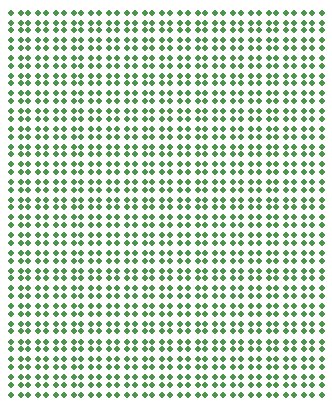
<source format=gbr>
%TF.GenerationSoftware,KiCad,Pcbnew,7.0.1*%
%TF.CreationDate,2023-04-06T12:09:14+02:00*%
%TF.ProjectId,LED_Dogtag_HW,4c45445f-446f-4677-9461-675f48572e6b,1.0*%
%TF.SameCoordinates,Original*%
%TF.FileFunction,Soldermask,Top*%
%TF.FilePolarity,Negative*%
%FSLAX46Y46*%
G04 Gerber Fmt 4.6, Leading zero omitted, Abs format (unit mm)*
G04 Created by KiCad (PCBNEW 7.0.1) date 2023-04-06 12:09:14*
%MOMM*%
%LPD*%
G01*
G04 APERTURE LIST*
G04 Aperture macros list*
%AMRoundRect*
0 Rectangle with rounded corners*
0 $1 Rounding radius*
0 $2 $3 $4 $5 $6 $7 $8 $9 X,Y pos of 4 corners*
0 Add a 4 corners polygon primitive as box body*
4,1,4,$2,$3,$4,$5,$6,$7,$8,$9,$2,$3,0*
0 Add four circle primitives for the rounded corners*
1,1,$1+$1,$2,$3*
1,1,$1+$1,$4,$5*
1,1,$1+$1,$6,$7*
1,1,$1+$1,$8,$9*
0 Add four rect primitives between the rounded corners*
20,1,$1+$1,$2,$3,$4,$5,0*
20,1,$1+$1,$4,$5,$6,$7,0*
20,1,$1+$1,$6,$7,$8,$9,0*
20,1,$1+$1,$8,$9,$2,$3,0*%
G04 Aperture macros list end*
%ADD10RoundRect,0.112500X0.112500X0.112500X-0.112500X0.112500X-0.112500X-0.112500X0.112500X-0.112500X0*%
%ADD11RoundRect,0.112500X-0.112500X-0.112500X0.112500X-0.112500X0.112500X0.112500X-0.112500X0.112500X0*%
G04 APERTURE END LIST*
D10*
%TO.C,D296*%
X103475000Y-56475000D03*
X102625000Y-56475000D03*
X102625000Y-55625000D03*
X103475000Y-55625000D03*
%TD*%
D11*
%TO.C,D32*%
X95125000Y-51125000D03*
X95975000Y-51125000D03*
X95975000Y-51975000D03*
X95125000Y-51975000D03*
%TD*%
D10*
%TO.C,D275*%
X100475000Y-54975000D03*
X99625000Y-54975000D03*
X99625000Y-54125000D03*
X100475000Y-54125000D03*
%TD*%
%TO.C,D352*%
X110975000Y-54975000D03*
X110125000Y-54975000D03*
X110125000Y-54125000D03*
X110975000Y-54125000D03*
%TD*%
%TO.C,D353*%
X112475000Y-69975000D03*
X111625000Y-69975000D03*
X111625000Y-69125000D03*
X112475000Y-69125000D03*
%TD*%
%TO.C,D310*%
X106475000Y-68475000D03*
X105625000Y-68475000D03*
X105625000Y-67625000D03*
X106475000Y-67625000D03*
%TD*%
%TO.C,D378*%
X115475000Y-65475000D03*
X114625000Y-65475000D03*
X114625000Y-64625000D03*
X115475000Y-64625000D03*
%TD*%
D11*
%TO.C,D83*%
X105625000Y-45125000D03*
X106475000Y-45125000D03*
X106475000Y-45975000D03*
X105625000Y-45975000D03*
%TD*%
%TO.C,D2*%
X98125000Y-39125000D03*
X98975000Y-39125000D03*
X98975000Y-39975000D03*
X98125000Y-39975000D03*
%TD*%
D10*
%TO.C,D243*%
X97475000Y-69975000D03*
X96625000Y-69975000D03*
X96625000Y-69125000D03*
X97475000Y-69125000D03*
%TD*%
%TO.C,D295*%
X103475000Y-57975000D03*
X102625000Y-57975000D03*
X102625000Y-57125000D03*
X103475000Y-57125000D03*
%TD*%
%TO.C,D274*%
X100475000Y-56475000D03*
X99625000Y-56475000D03*
X99625000Y-55625000D03*
X100475000Y-55625000D03*
%TD*%
D11*
%TO.C,D147*%
X114625000Y-42125000D03*
X115475000Y-42125000D03*
X115475000Y-42975000D03*
X114625000Y-42975000D03*
%TD*%
D10*
%TO.C,D386*%
X116975000Y-69975000D03*
X116125000Y-69975000D03*
X116125000Y-69125000D03*
X116975000Y-69125000D03*
%TD*%
D11*
%TO.C,D79*%
X105625000Y-39125000D03*
X106475000Y-39125000D03*
X106475000Y-39975000D03*
X105625000Y-39975000D03*
%TD*%
%TO.C,D58*%
X90625000Y-40625000D03*
X91475000Y-40625000D03*
X91475000Y-41475000D03*
X90625000Y-41475000D03*
%TD*%
%TO.C,D122*%
X99625000Y-37625000D03*
X100475000Y-37625000D03*
X100475000Y-38475000D03*
X99625000Y-38475000D03*
%TD*%
D10*
%TO.C,D333*%
X109475000Y-66975000D03*
X108625000Y-66975000D03*
X108625000Y-66125000D03*
X109475000Y-66125000D03*
%TD*%
D11*
%TO.C,D167*%
X111625000Y-39125000D03*
X112475000Y-39125000D03*
X112475000Y-39975000D03*
X111625000Y-39975000D03*
%TD*%
D10*
%TO.C,D284*%
X101975000Y-57975000D03*
X101125000Y-57975000D03*
X101125000Y-57125000D03*
X101975000Y-57125000D03*
%TD*%
%TO.C,D359*%
X112475000Y-60975000D03*
X111625000Y-60975000D03*
X111625000Y-60125000D03*
X112475000Y-60125000D03*
%TD*%
D11*
%TO.C,D29*%
X95125000Y-46625000D03*
X95975000Y-46625000D03*
X95975000Y-47475000D03*
X95125000Y-47475000D03*
%TD*%
%TO.C,D161*%
X113125000Y-46625000D03*
X113975000Y-46625000D03*
X113975000Y-47475000D03*
X113125000Y-47475000D03*
%TD*%
%TO.C,D90*%
X104125000Y-39125000D03*
X104975000Y-39125000D03*
X104975000Y-39975000D03*
X104125000Y-39975000D03*
%TD*%
%TO.C,D33*%
X95125000Y-52625000D03*
X95975000Y-52625000D03*
X95975000Y-53475000D03*
X95125000Y-53475000D03*
%TD*%
D10*
%TO.C,D362*%
X112475000Y-56475000D03*
X111625000Y-56475000D03*
X111625000Y-55625000D03*
X112475000Y-55625000D03*
%TD*%
D11*
%TO.C,D102*%
X102625000Y-40625000D03*
X103475000Y-40625000D03*
X103475000Y-41475000D03*
X102625000Y-41475000D03*
%TD*%
%TO.C,D34*%
X93625000Y-37625000D03*
X94475000Y-37625000D03*
X94475000Y-38475000D03*
X93625000Y-38475000D03*
%TD*%
D10*
%TO.C,D233*%
X95975000Y-68475000D03*
X95125000Y-68475000D03*
X95125000Y-67625000D03*
X95975000Y-67625000D03*
%TD*%
D11*
%TO.C,D193*%
X108625000Y-45125000D03*
X109475000Y-45125000D03*
X109475000Y-45975000D03*
X108625000Y-45975000D03*
%TD*%
D10*
%TO.C,D338*%
X109475000Y-59475000D03*
X108625000Y-59475000D03*
X108625000Y-58625000D03*
X109475000Y-58625000D03*
%TD*%
D11*
%TO.C,D135*%
X116125000Y-40625000D03*
X116975000Y-40625000D03*
X116975000Y-41475000D03*
X116125000Y-41475000D03*
%TD*%
%TO.C,D65*%
X90625000Y-51125000D03*
X91475000Y-51125000D03*
X91475000Y-51975000D03*
X90625000Y-51975000D03*
%TD*%
%TO.C,D50*%
X92125000Y-45125000D03*
X92975000Y-45125000D03*
X92975000Y-45975000D03*
X92125000Y-45975000D03*
%TD*%
D10*
%TO.C,D325*%
X107975000Y-62475000D03*
X107125000Y-62475000D03*
X107125000Y-61625000D03*
X107975000Y-61625000D03*
%TD*%
D11*
%TO.C,D26*%
X95125000Y-42125000D03*
X95975000Y-42125000D03*
X95975000Y-42975000D03*
X95125000Y-42975000D03*
%TD*%
D10*
%TO.C,D221*%
X94475000Y-69975000D03*
X93625000Y-69975000D03*
X93625000Y-69125000D03*
X94475000Y-69125000D03*
%TD*%
%TO.C,D335*%
X109475000Y-63975000D03*
X108625000Y-63975000D03*
X108625000Y-63125000D03*
X109475000Y-63125000D03*
%TD*%
%TO.C,D396*%
X116975000Y-54975000D03*
X116125000Y-54975000D03*
X116125000Y-54125000D03*
X116975000Y-54125000D03*
%TD*%
%TO.C,D300*%
X104975000Y-66975000D03*
X104125000Y-66975000D03*
X104125000Y-66125000D03*
X104975000Y-66125000D03*
%TD*%
D11*
%TO.C,D176*%
X111625000Y-52625000D03*
X112475000Y-52625000D03*
X112475000Y-53475000D03*
X111625000Y-53475000D03*
%TD*%
D10*
%TO.C,D248*%
X97475000Y-62475000D03*
X96625000Y-62475000D03*
X96625000Y-61625000D03*
X97475000Y-61625000D03*
%TD*%
D11*
%TO.C,D89*%
X104125000Y-37625000D03*
X104975000Y-37625000D03*
X104975000Y-38475000D03*
X104125000Y-38475000D03*
%TD*%
D10*
%TO.C,D285*%
X101975000Y-56475000D03*
X101125000Y-56475000D03*
X101125000Y-55625000D03*
X101975000Y-55625000D03*
%TD*%
%TO.C,D214*%
X92975000Y-63975000D03*
X92125000Y-63975000D03*
X92125000Y-63125000D03*
X92975000Y-63125000D03*
%TD*%
%TO.C,D245*%
X97475000Y-66975000D03*
X96625000Y-66975000D03*
X96625000Y-66125000D03*
X97475000Y-66125000D03*
%TD*%
D11*
%TO.C,D128*%
X99625000Y-46625000D03*
X100475000Y-46625000D03*
X100475000Y-47475000D03*
X99625000Y-47475000D03*
%TD*%
%TO.C,D121*%
X101125000Y-52625000D03*
X101975000Y-52625000D03*
X101975000Y-53475000D03*
X101125000Y-53475000D03*
%TD*%
%TO.C,D93*%
X104125000Y-43625000D03*
X104975000Y-43625000D03*
X104975000Y-44475000D03*
X104125000Y-44475000D03*
%TD*%
D10*
%TO.C,D272*%
X100475000Y-59475000D03*
X99625000Y-59475000D03*
X99625000Y-58625000D03*
X100475000Y-58625000D03*
%TD*%
D11*
%TO.C,D59*%
X90625000Y-42125000D03*
X91475000Y-42125000D03*
X91475000Y-42975000D03*
X90625000Y-42975000D03*
%TD*%
%TO.C,D57*%
X90625000Y-39125000D03*
X91475000Y-39125000D03*
X91475000Y-39975000D03*
X90625000Y-39975000D03*
%TD*%
D10*
%TO.C,D339*%
X109475000Y-57975000D03*
X108625000Y-57975000D03*
X108625000Y-57125000D03*
X109475000Y-57125000D03*
%TD*%
%TO.C,D364*%
X113975000Y-69975000D03*
X113125000Y-69975000D03*
X113125000Y-69125000D03*
X113975000Y-69125000D03*
%TD*%
D11*
%TO.C,D195*%
X108625000Y-48125000D03*
X109475000Y-48125000D03*
X109475000Y-48975000D03*
X108625000Y-48975000D03*
%TD*%
D10*
%TO.C,D205*%
X91475000Y-60975000D03*
X90625000Y-60975000D03*
X90625000Y-60125000D03*
X91475000Y-60125000D03*
%TD*%
%TO.C,D297*%
X103475000Y-54975000D03*
X102625000Y-54975000D03*
X102625000Y-54125000D03*
X103475000Y-54125000D03*
%TD*%
D11*
%TO.C,D6*%
X98125000Y-45125000D03*
X98975000Y-45125000D03*
X98975000Y-45975000D03*
X98125000Y-45975000D03*
%TD*%
D10*
%TO.C,D256*%
X98975000Y-66975000D03*
X98125000Y-66975000D03*
X98125000Y-66125000D03*
X98975000Y-66125000D03*
%TD*%
%TO.C,D222*%
X94475000Y-68475000D03*
X93625000Y-68475000D03*
X93625000Y-67625000D03*
X94475000Y-67625000D03*
%TD*%
D11*
%TO.C,D109*%
X102625000Y-51125000D03*
X103475000Y-51125000D03*
X103475000Y-51975000D03*
X102625000Y-51975000D03*
%TD*%
%TO.C,D39*%
X93625000Y-45125000D03*
X94475000Y-45125000D03*
X94475000Y-45975000D03*
X93625000Y-45975000D03*
%TD*%
%TO.C,D138*%
X116125000Y-45125000D03*
X116975000Y-45125000D03*
X116975000Y-45975000D03*
X116125000Y-45975000D03*
%TD*%
D10*
%TO.C,D365*%
X113975000Y-68475000D03*
X113125000Y-68475000D03*
X113125000Y-67625000D03*
X113975000Y-67625000D03*
%TD*%
D11*
%TO.C,D162*%
X113125000Y-48125000D03*
X113975000Y-48125000D03*
X113975000Y-48975000D03*
X113125000Y-48975000D03*
%TD*%
%TO.C,D63*%
X90625000Y-48125000D03*
X91475000Y-48125000D03*
X91475000Y-48975000D03*
X90625000Y-48975000D03*
%TD*%
%TO.C,D110*%
X102625000Y-52625000D03*
X103475000Y-52625000D03*
X103475000Y-53475000D03*
X102625000Y-53475000D03*
%TD*%
D10*
%TO.C,D395*%
X116975000Y-56475000D03*
X116125000Y-56475000D03*
X116125000Y-55625000D03*
X116975000Y-55625000D03*
%TD*%
%TO.C,D218*%
X92975000Y-57975000D03*
X92125000Y-57975000D03*
X92125000Y-57125000D03*
X92975000Y-57125000D03*
%TD*%
%TO.C,D361*%
X112475000Y-57975000D03*
X111625000Y-57975000D03*
X111625000Y-57125000D03*
X112475000Y-57125000D03*
%TD*%
D11*
%TO.C,D40*%
X93625000Y-46625000D03*
X94475000Y-46625000D03*
X94475000Y-47475000D03*
X93625000Y-47475000D03*
%TD*%
%TO.C,D86*%
X105625000Y-49625000D03*
X106475000Y-49625000D03*
X106475000Y-50475000D03*
X105625000Y-50475000D03*
%TD*%
%TO.C,D194*%
X108625000Y-46625000D03*
X109475000Y-46625000D03*
X109475000Y-47475000D03*
X108625000Y-47475000D03*
%TD*%
D10*
%TO.C,D382*%
X115475000Y-59475000D03*
X114625000Y-59475000D03*
X114625000Y-58625000D03*
X115475000Y-58625000D03*
%TD*%
%TO.C,D308*%
X104975000Y-54975000D03*
X104125000Y-54975000D03*
X104125000Y-54125000D03*
X104975000Y-54125000D03*
%TD*%
%TO.C,D299*%
X104975000Y-68475000D03*
X104125000Y-68475000D03*
X104125000Y-67625000D03*
X104975000Y-67625000D03*
%TD*%
D11*
%TO.C,D105*%
X102625000Y-45125000D03*
X103475000Y-45125000D03*
X103475000Y-45975000D03*
X102625000Y-45975000D03*
%TD*%
D10*
%TO.C,D327*%
X107975000Y-59475000D03*
X107125000Y-59475000D03*
X107125000Y-58625000D03*
X107975000Y-58625000D03*
%TD*%
%TO.C,D213*%
X92975000Y-65475000D03*
X92125000Y-65475000D03*
X92125000Y-64625000D03*
X92975000Y-64625000D03*
%TD*%
D11*
%TO.C,D114*%
X101125000Y-42125000D03*
X101975000Y-42125000D03*
X101975000Y-42975000D03*
X101125000Y-42975000D03*
%TD*%
%TO.C,D108*%
X102625000Y-49625000D03*
X103475000Y-49625000D03*
X103475000Y-50475000D03*
X102625000Y-50475000D03*
%TD*%
%TO.C,D133*%
X116125000Y-37625000D03*
X116975000Y-37625000D03*
X116975000Y-38475000D03*
X116125000Y-38475000D03*
%TD*%
D10*
%TO.C,D230*%
X94475000Y-56475000D03*
X93625000Y-56475000D03*
X93625000Y-55625000D03*
X94475000Y-55625000D03*
%TD*%
D11*
%TO.C,D56*%
X90625000Y-37625000D03*
X91475000Y-37625000D03*
X91475000Y-38475000D03*
X90625000Y-38475000D03*
%TD*%
D10*
%TO.C,D268*%
X100475000Y-65475000D03*
X99625000Y-65475000D03*
X99625000Y-64625000D03*
X100475000Y-64625000D03*
%TD*%
%TO.C,D307*%
X104975000Y-56475000D03*
X104125000Y-56475000D03*
X104125000Y-55625000D03*
X104975000Y-55625000D03*
%TD*%
D11*
%TO.C,D144*%
X114625000Y-37625000D03*
X115475000Y-37625000D03*
X115475000Y-38475000D03*
X114625000Y-38475000D03*
%TD*%
%TO.C,D71*%
X107125000Y-43625000D03*
X107975000Y-43625000D03*
X107975000Y-44475000D03*
X107125000Y-44475000D03*
%TD*%
D10*
%TO.C,D347*%
X110975000Y-62475000D03*
X110125000Y-62475000D03*
X110125000Y-61625000D03*
X110975000Y-61625000D03*
%TD*%
%TO.C,D329*%
X107975000Y-56475000D03*
X107125000Y-56475000D03*
X107125000Y-55625000D03*
X107975000Y-55625000D03*
%TD*%
D11*
%TO.C,D20*%
X96625000Y-49625000D03*
X97475000Y-49625000D03*
X97475000Y-50475000D03*
X96625000Y-50475000D03*
%TD*%
%TO.C,D136*%
X116125000Y-42125000D03*
X116975000Y-42125000D03*
X116975000Y-42975000D03*
X116125000Y-42975000D03*
%TD*%
%TO.C,D75*%
X107125000Y-49625000D03*
X107975000Y-49625000D03*
X107975000Y-50475000D03*
X107125000Y-50475000D03*
%TD*%
D10*
%TO.C,D204*%
X91475000Y-62475000D03*
X90625000Y-62475000D03*
X90625000Y-61625000D03*
X91475000Y-61625000D03*
%TD*%
%TO.C,D303*%
X104975000Y-62475000D03*
X104125000Y-62475000D03*
X104125000Y-61625000D03*
X104975000Y-61625000D03*
%TD*%
%TO.C,D247*%
X97475000Y-63975000D03*
X96625000Y-63975000D03*
X96625000Y-63125000D03*
X97475000Y-63125000D03*
%TD*%
%TO.C,D219*%
X92975000Y-56475000D03*
X92125000Y-56475000D03*
X92125000Y-55625000D03*
X92975000Y-55625000D03*
%TD*%
%TO.C,D302*%
X104975000Y-63975000D03*
X104125000Y-63975000D03*
X104125000Y-63125000D03*
X104975000Y-63125000D03*
%TD*%
D11*
%TO.C,D16*%
X96625000Y-43625000D03*
X97475000Y-43625000D03*
X97475000Y-44475000D03*
X96625000Y-44475000D03*
%TD*%
D10*
%TO.C,D250*%
X97475000Y-59475000D03*
X96625000Y-59475000D03*
X96625000Y-58625000D03*
X97475000Y-58625000D03*
%TD*%
%TO.C,D277*%
X101975000Y-68475000D03*
X101125000Y-68475000D03*
X101125000Y-67625000D03*
X101975000Y-67625000D03*
%TD*%
D11*
%TO.C,D42*%
X93625000Y-49625000D03*
X94475000Y-49625000D03*
X94475000Y-50475000D03*
X93625000Y-50475000D03*
%TD*%
D10*
%TO.C,D315*%
X106475000Y-60975000D03*
X105625000Y-60975000D03*
X105625000Y-60125000D03*
X106475000Y-60125000D03*
%TD*%
D11*
%TO.C,D177*%
X110125000Y-37625000D03*
X110975000Y-37625000D03*
X110975000Y-38475000D03*
X110125000Y-38475000D03*
%TD*%
%TO.C,D18*%
X96625000Y-46625000D03*
X97475000Y-46625000D03*
X97475000Y-47475000D03*
X96625000Y-47475000D03*
%TD*%
%TO.C,D77*%
X107125000Y-52625000D03*
X107975000Y-52625000D03*
X107975000Y-53475000D03*
X107125000Y-53475000D03*
%TD*%
%TO.C,D186*%
X110125000Y-51125000D03*
X110975000Y-51125000D03*
X110975000Y-51975000D03*
X110125000Y-51975000D03*
%TD*%
%TO.C,D169*%
X111625000Y-42125000D03*
X112475000Y-42125000D03*
X112475000Y-42975000D03*
X111625000Y-42975000D03*
%TD*%
%TO.C,D100*%
X102625000Y-37625000D03*
X103475000Y-37625000D03*
X103475000Y-38475000D03*
X102625000Y-38475000D03*
%TD*%
%TO.C,D46*%
X92125000Y-39125000D03*
X92975000Y-39125000D03*
X92975000Y-39975000D03*
X92125000Y-39975000D03*
%TD*%
D10*
%TO.C,D278*%
X101975000Y-66975000D03*
X101125000Y-66975000D03*
X101125000Y-66125000D03*
X101975000Y-66125000D03*
%TD*%
%TO.C,D276*%
X101975000Y-69975000D03*
X101125000Y-69975000D03*
X101125000Y-69125000D03*
X101975000Y-69125000D03*
%TD*%
%TO.C,D251*%
X97475000Y-57975000D03*
X96625000Y-57975000D03*
X96625000Y-57125000D03*
X97475000Y-57125000D03*
%TD*%
D11*
%TO.C,D81*%
X105625000Y-42125000D03*
X106475000Y-42125000D03*
X106475000Y-42975000D03*
X105625000Y-42975000D03*
%TD*%
D10*
%TO.C,D323*%
X107975000Y-65475000D03*
X107125000Y-65475000D03*
X107125000Y-64625000D03*
X107975000Y-64625000D03*
%TD*%
%TO.C,D286*%
X101975000Y-54975000D03*
X101125000Y-54975000D03*
X101125000Y-54125000D03*
X101975000Y-54125000D03*
%TD*%
D11*
%TO.C,D118*%
X101125000Y-48125000D03*
X101975000Y-48125000D03*
X101975000Y-48975000D03*
X101125000Y-48975000D03*
%TD*%
%TO.C,D19*%
X96625000Y-48125000D03*
X97475000Y-48125000D03*
X97475000Y-48975000D03*
X96625000Y-48975000D03*
%TD*%
%TO.C,D182*%
X110125000Y-45125000D03*
X110975000Y-45125000D03*
X110975000Y-45975000D03*
X110125000Y-45975000D03*
%TD*%
%TO.C,D159*%
X113125000Y-43625000D03*
X113975000Y-43625000D03*
X113975000Y-44475000D03*
X113125000Y-44475000D03*
%TD*%
D10*
%TO.C,D202*%
X91475000Y-65475000D03*
X90625000Y-65475000D03*
X90625000Y-64625000D03*
X91475000Y-64625000D03*
%TD*%
%TO.C,D265*%
X100475000Y-69975000D03*
X99625000Y-69975000D03*
X99625000Y-69125000D03*
X100475000Y-69125000D03*
%TD*%
D11*
%TO.C,D189*%
X108625000Y-39125000D03*
X109475000Y-39125000D03*
X109475000Y-39975000D03*
X108625000Y-39975000D03*
%TD*%
D10*
%TO.C,D290*%
X103475000Y-65475000D03*
X102625000Y-65475000D03*
X102625000Y-64625000D03*
X103475000Y-64625000D03*
%TD*%
D11*
%TO.C,D70*%
X107125000Y-42125000D03*
X107975000Y-42125000D03*
X107975000Y-42975000D03*
X107125000Y-42975000D03*
%TD*%
D10*
%TO.C,D331*%
X109475000Y-69975000D03*
X108625000Y-69975000D03*
X108625000Y-69125000D03*
X109475000Y-69125000D03*
%TD*%
%TO.C,D283*%
X101975000Y-59475000D03*
X101125000Y-59475000D03*
X101125000Y-58625000D03*
X101975000Y-58625000D03*
%TD*%
%TO.C,D234*%
X95975000Y-66975000D03*
X95125000Y-66975000D03*
X95125000Y-66125000D03*
X95975000Y-66125000D03*
%TD*%
%TO.C,D392*%
X116975000Y-60975000D03*
X116125000Y-60975000D03*
X116125000Y-60125000D03*
X116975000Y-60125000D03*
%TD*%
%TO.C,D270*%
X100475000Y-62475000D03*
X99625000Y-62475000D03*
X99625000Y-61625000D03*
X100475000Y-61625000D03*
%TD*%
%TO.C,D337*%
X109475000Y-60975000D03*
X108625000Y-60975000D03*
X108625000Y-60125000D03*
X109475000Y-60125000D03*
%TD*%
D11*
%TO.C,D62*%
X90625000Y-46625000D03*
X91475000Y-46625000D03*
X91475000Y-47475000D03*
X90625000Y-47475000D03*
%TD*%
%TO.C,D115*%
X101125000Y-43625000D03*
X101975000Y-43625000D03*
X101975000Y-44475000D03*
X101125000Y-44475000D03*
%TD*%
D10*
%TO.C,D292*%
X103475000Y-62475000D03*
X102625000Y-62475000D03*
X102625000Y-61625000D03*
X103475000Y-61625000D03*
%TD*%
%TO.C,D281*%
X101975000Y-62475000D03*
X101125000Y-62475000D03*
X101125000Y-61625000D03*
X101975000Y-61625000D03*
%TD*%
%TO.C,D215*%
X92975000Y-62475000D03*
X92125000Y-62475000D03*
X92125000Y-61625000D03*
X92975000Y-61625000D03*
%TD*%
%TO.C,D255*%
X98975000Y-68475000D03*
X98125000Y-68475000D03*
X98125000Y-67625000D03*
X98975000Y-67625000D03*
%TD*%
%TO.C,D375*%
X115475000Y-69975000D03*
X114625000Y-69975000D03*
X114625000Y-69125000D03*
X115475000Y-69125000D03*
%TD*%
%TO.C,D324*%
X107975000Y-63975000D03*
X107125000Y-63975000D03*
X107125000Y-63125000D03*
X107975000Y-63125000D03*
%TD*%
%TO.C,D366*%
X113975000Y-66975000D03*
X113125000Y-66975000D03*
X113125000Y-66125000D03*
X113975000Y-66125000D03*
%TD*%
D11*
%TO.C,D171*%
X111625000Y-45125000D03*
X112475000Y-45125000D03*
X112475000Y-45975000D03*
X111625000Y-45975000D03*
%TD*%
%TO.C,D185*%
X110125000Y-49625000D03*
X110975000Y-49625000D03*
X110975000Y-50475000D03*
X110125000Y-50475000D03*
%TD*%
%TO.C,D165*%
X113125000Y-52625000D03*
X113975000Y-52625000D03*
X113975000Y-53475000D03*
X113125000Y-53475000D03*
%TD*%
D10*
%TO.C,D309*%
X106475000Y-69975000D03*
X105625000Y-69975000D03*
X105625000Y-69125000D03*
X106475000Y-69125000D03*
%TD*%
%TO.C,D305*%
X104975000Y-59475000D03*
X104125000Y-59475000D03*
X104125000Y-58625000D03*
X104975000Y-58625000D03*
%TD*%
D11*
%TO.C,D3*%
X98125000Y-40625000D03*
X98975000Y-40625000D03*
X98975000Y-41475000D03*
X98125000Y-41475000D03*
%TD*%
D10*
%TO.C,D372*%
X113975000Y-57975000D03*
X113125000Y-57975000D03*
X113125000Y-57125000D03*
X113975000Y-57125000D03*
%TD*%
%TO.C,D390*%
X116975000Y-63975000D03*
X116125000Y-63975000D03*
X116125000Y-63125000D03*
X116975000Y-63125000D03*
%TD*%
D11*
%TO.C,D12*%
X96625000Y-37625000D03*
X97475000Y-37625000D03*
X97475000Y-38475000D03*
X96625000Y-38475000D03*
%TD*%
%TO.C,D174*%
X111625000Y-49625000D03*
X112475000Y-49625000D03*
X112475000Y-50475000D03*
X111625000Y-50475000D03*
%TD*%
D10*
%TO.C,D334*%
X109475000Y-65475000D03*
X108625000Y-65475000D03*
X108625000Y-64625000D03*
X109475000Y-64625000D03*
%TD*%
%TO.C,D356*%
X112475000Y-65475000D03*
X111625000Y-65475000D03*
X111625000Y-64625000D03*
X112475000Y-64625000D03*
%TD*%
%TO.C,D280*%
X101975000Y-63975000D03*
X101125000Y-63975000D03*
X101125000Y-63125000D03*
X101975000Y-63125000D03*
%TD*%
%TO.C,D217*%
X92975000Y-59475000D03*
X92125000Y-59475000D03*
X92125000Y-58625000D03*
X92975000Y-58625000D03*
%TD*%
%TO.C,D376*%
X115475000Y-68475000D03*
X114625000Y-68475000D03*
X114625000Y-67625000D03*
X115475000Y-67625000D03*
%TD*%
D11*
%TO.C,D107*%
X102625000Y-48125000D03*
X103475000Y-48125000D03*
X103475000Y-48975000D03*
X102625000Y-48975000D03*
%TD*%
%TO.C,D142*%
X116125000Y-51125000D03*
X116975000Y-51125000D03*
X116975000Y-51975000D03*
X116125000Y-51975000D03*
%TD*%
%TO.C,D125*%
X99625000Y-42125000D03*
X100475000Y-42125000D03*
X100475000Y-42975000D03*
X99625000Y-42975000D03*
%TD*%
%TO.C,D150*%
X114625000Y-46625000D03*
X115475000Y-46625000D03*
X115475000Y-47475000D03*
X114625000Y-47475000D03*
%TD*%
D10*
%TO.C,D394*%
X116975000Y-57975000D03*
X116125000Y-57975000D03*
X116125000Y-57125000D03*
X116975000Y-57125000D03*
%TD*%
%TO.C,D348*%
X110975000Y-60975000D03*
X110125000Y-60975000D03*
X110125000Y-60125000D03*
X110975000Y-60125000D03*
%TD*%
%TO.C,D330*%
X107975000Y-54975000D03*
X107125000Y-54975000D03*
X107125000Y-54125000D03*
X107975000Y-54125000D03*
%TD*%
%TO.C,D279*%
X101975000Y-65475000D03*
X101125000Y-65475000D03*
X101125000Y-64625000D03*
X101975000Y-64625000D03*
%TD*%
D11*
%TO.C,D141*%
X116125000Y-49625000D03*
X116975000Y-49625000D03*
X116975000Y-50475000D03*
X116125000Y-50475000D03*
%TD*%
D10*
%TO.C,D259*%
X98975000Y-62475000D03*
X98125000Y-62475000D03*
X98125000Y-61625000D03*
X98975000Y-61625000D03*
%TD*%
D11*
%TO.C,D61*%
X90625000Y-45125000D03*
X91475000Y-45125000D03*
X91475000Y-45975000D03*
X90625000Y-45975000D03*
%TD*%
%TO.C,D41*%
X93625000Y-48125000D03*
X94475000Y-48125000D03*
X94475000Y-48975000D03*
X93625000Y-48975000D03*
%TD*%
%TO.C,D53*%
X92125000Y-49625000D03*
X92975000Y-49625000D03*
X92975000Y-50475000D03*
X92125000Y-50475000D03*
%TD*%
%TO.C,D76*%
X107125000Y-51125000D03*
X107975000Y-51125000D03*
X107975000Y-51975000D03*
X107125000Y-51975000D03*
%TD*%
%TO.C,D151*%
X114625000Y-48125000D03*
X115475000Y-48125000D03*
X115475000Y-48975000D03*
X114625000Y-48975000D03*
%TD*%
D10*
%TO.C,D262*%
X98975000Y-57975000D03*
X98125000Y-57975000D03*
X98125000Y-57125000D03*
X98975000Y-57125000D03*
%TD*%
D11*
%TO.C,D10*%
X98125000Y-51125000D03*
X98975000Y-51125000D03*
X98975000Y-51975000D03*
X98125000Y-51975000D03*
%TD*%
D10*
%TO.C,D208*%
X91475000Y-56475000D03*
X90625000Y-56475000D03*
X90625000Y-55625000D03*
X91475000Y-55625000D03*
%TD*%
D11*
%TO.C,D157*%
X113125000Y-40625000D03*
X113975000Y-40625000D03*
X113975000Y-41475000D03*
X113125000Y-41475000D03*
%TD*%
D10*
%TO.C,D389*%
X116975000Y-65475000D03*
X116125000Y-65475000D03*
X116125000Y-64625000D03*
X116975000Y-64625000D03*
%TD*%
%TO.C,D314*%
X106475000Y-62475000D03*
X105625000Y-62475000D03*
X105625000Y-61625000D03*
X106475000Y-61625000D03*
%TD*%
%TO.C,D258*%
X98975000Y-63975000D03*
X98125000Y-63975000D03*
X98125000Y-63125000D03*
X98975000Y-63125000D03*
%TD*%
D11*
%TO.C,D173*%
X111625000Y-48125000D03*
X112475000Y-48125000D03*
X112475000Y-48975000D03*
X111625000Y-48975000D03*
%TD*%
D10*
%TO.C,D253*%
X97475000Y-54975000D03*
X96625000Y-54975000D03*
X96625000Y-54125000D03*
X97475000Y-54125000D03*
%TD*%
D11*
%TO.C,D123*%
X99625000Y-39125000D03*
X100475000Y-39125000D03*
X100475000Y-39975000D03*
X99625000Y-39975000D03*
%TD*%
%TO.C,D37*%
X93625000Y-42125000D03*
X94475000Y-42125000D03*
X94475000Y-42975000D03*
X93625000Y-42975000D03*
%TD*%
D10*
%TO.C,D289*%
X103475000Y-66975000D03*
X102625000Y-66975000D03*
X102625000Y-66125000D03*
X103475000Y-66125000D03*
%TD*%
%TO.C,D341*%
X109475000Y-54975000D03*
X108625000Y-54975000D03*
X108625000Y-54125000D03*
X109475000Y-54125000D03*
%TD*%
%TO.C,D294*%
X103475000Y-59475000D03*
X102625000Y-59475000D03*
X102625000Y-58625000D03*
X103475000Y-58625000D03*
%TD*%
%TO.C,D246*%
X97475000Y-65475000D03*
X96625000Y-65475000D03*
X96625000Y-64625000D03*
X97475000Y-64625000D03*
%TD*%
%TO.C,D206*%
X91475000Y-59475000D03*
X90625000Y-59475000D03*
X90625000Y-58625000D03*
X91475000Y-58625000D03*
%TD*%
%TO.C,D238*%
X95975000Y-60975000D03*
X95125000Y-60975000D03*
X95125000Y-60125000D03*
X95975000Y-60125000D03*
%TD*%
D11*
%TO.C,D48*%
X92125000Y-42125000D03*
X92975000Y-42125000D03*
X92975000Y-42975000D03*
X92125000Y-42975000D03*
%TD*%
%TO.C,D13*%
X96625000Y-39125000D03*
X97475000Y-39125000D03*
X97475000Y-39975000D03*
X96625000Y-39975000D03*
%TD*%
D10*
%TO.C,D387*%
X116975000Y-68475000D03*
X116125000Y-68475000D03*
X116125000Y-67625000D03*
X116975000Y-67625000D03*
%TD*%
%TO.C,D391*%
X116975000Y-62475000D03*
X116125000Y-62475000D03*
X116125000Y-61625000D03*
X116975000Y-61625000D03*
%TD*%
%TO.C,D257*%
X98975000Y-65475000D03*
X98125000Y-65475000D03*
X98125000Y-64625000D03*
X98975000Y-64625000D03*
%TD*%
D11*
%TO.C,D47*%
X92125000Y-40625000D03*
X92975000Y-40625000D03*
X92975000Y-41475000D03*
X92125000Y-41475000D03*
%TD*%
D10*
%TO.C,D320*%
X107975000Y-69975000D03*
X107125000Y-69975000D03*
X107125000Y-69125000D03*
X107975000Y-69125000D03*
%TD*%
D11*
%TO.C,D96*%
X104125000Y-48125000D03*
X104975000Y-48125000D03*
X104975000Y-48975000D03*
X104125000Y-48975000D03*
%TD*%
D10*
%TO.C,D201*%
X91475000Y-66975000D03*
X90625000Y-66975000D03*
X90625000Y-66125000D03*
X91475000Y-66125000D03*
%TD*%
%TO.C,D241*%
X95975000Y-56475000D03*
X95125000Y-56475000D03*
X95125000Y-55625000D03*
X95975000Y-55625000D03*
%TD*%
D11*
%TO.C,D178*%
X110125000Y-39125000D03*
X110975000Y-39125000D03*
X110975000Y-39975000D03*
X110125000Y-39975000D03*
%TD*%
%TO.C,D152*%
X114625000Y-49625000D03*
X115475000Y-49625000D03*
X115475000Y-50475000D03*
X114625000Y-50475000D03*
%TD*%
D10*
%TO.C,D264*%
X98975000Y-54975000D03*
X98125000Y-54975000D03*
X98125000Y-54125000D03*
X98975000Y-54125000D03*
%TD*%
D11*
%TO.C,D1*%
X98125000Y-37625000D03*
X98975000Y-37625000D03*
X98975000Y-38475000D03*
X98125000Y-38475000D03*
%TD*%
%TO.C,D130*%
X99625000Y-49625000D03*
X100475000Y-49625000D03*
X100475000Y-50475000D03*
X99625000Y-50475000D03*
%TD*%
D10*
%TO.C,D311*%
X106475000Y-66975000D03*
X105625000Y-66975000D03*
X105625000Y-66125000D03*
X106475000Y-66125000D03*
%TD*%
%TO.C,D288*%
X103475000Y-68475000D03*
X102625000Y-68475000D03*
X102625000Y-67625000D03*
X103475000Y-67625000D03*
%TD*%
D11*
%TO.C,D111*%
X101125000Y-37625000D03*
X101975000Y-37625000D03*
X101975000Y-38475000D03*
X101125000Y-38475000D03*
%TD*%
%TO.C,D153*%
X114625000Y-51125000D03*
X115475000Y-51125000D03*
X115475000Y-51975000D03*
X114625000Y-51975000D03*
%TD*%
%TO.C,D54*%
X92125000Y-51125000D03*
X92975000Y-51125000D03*
X92975000Y-51975000D03*
X92125000Y-51975000D03*
%TD*%
D10*
%TO.C,D328*%
X107975000Y-57975000D03*
X107125000Y-57975000D03*
X107125000Y-57125000D03*
X107975000Y-57125000D03*
%TD*%
%TO.C,D317*%
X106475000Y-57975000D03*
X105625000Y-57975000D03*
X105625000Y-57125000D03*
X106475000Y-57125000D03*
%TD*%
D11*
%TO.C,D127*%
X99625000Y-45125000D03*
X100475000Y-45125000D03*
X100475000Y-45975000D03*
X99625000Y-45975000D03*
%TD*%
%TO.C,D22*%
X96625000Y-52625000D03*
X97475000Y-52625000D03*
X97475000Y-53475000D03*
X96625000Y-53475000D03*
%TD*%
%TO.C,D66*%
X90625000Y-52625000D03*
X91475000Y-52625000D03*
X91475000Y-53475000D03*
X90625000Y-53475000D03*
%TD*%
D10*
%TO.C,D239*%
X95975000Y-59475000D03*
X95125000Y-59475000D03*
X95125000Y-58625000D03*
X95975000Y-58625000D03*
%TD*%
%TO.C,D301*%
X104975000Y-65475000D03*
X104125000Y-65475000D03*
X104125000Y-64625000D03*
X104975000Y-64625000D03*
%TD*%
D11*
%TO.C,D158*%
X113125000Y-42125000D03*
X113975000Y-42125000D03*
X113975000Y-42975000D03*
X113125000Y-42975000D03*
%TD*%
D10*
%TO.C,D373*%
X113975000Y-56475000D03*
X113125000Y-56475000D03*
X113125000Y-55625000D03*
X113975000Y-55625000D03*
%TD*%
D11*
%TO.C,D64*%
X90625000Y-49625000D03*
X91475000Y-49625000D03*
X91475000Y-50475000D03*
X90625000Y-50475000D03*
%TD*%
%TO.C,D134*%
X116125000Y-39125000D03*
X116975000Y-39125000D03*
X116975000Y-39975000D03*
X116125000Y-39975000D03*
%TD*%
%TO.C,D5*%
X98125000Y-43625000D03*
X98975000Y-43625000D03*
X98975000Y-44475000D03*
X98125000Y-44475000D03*
%TD*%
%TO.C,D183*%
X110125000Y-46625000D03*
X110975000Y-46625000D03*
X110975000Y-47475000D03*
X110125000Y-47475000D03*
%TD*%
%TO.C,D87*%
X105625000Y-51125000D03*
X106475000Y-51125000D03*
X106475000Y-51975000D03*
X105625000Y-51975000D03*
%TD*%
D10*
%TO.C,D240*%
X95975000Y-57975000D03*
X95125000Y-57975000D03*
X95125000Y-57125000D03*
X95975000Y-57125000D03*
%TD*%
D11*
%TO.C,D85*%
X105625000Y-48125000D03*
X106475000Y-48125000D03*
X106475000Y-48975000D03*
X105625000Y-48975000D03*
%TD*%
D10*
%TO.C,D393*%
X116975000Y-59475000D03*
X116125000Y-59475000D03*
X116125000Y-58625000D03*
X116975000Y-58625000D03*
%TD*%
D11*
%TO.C,D137*%
X116125000Y-43625000D03*
X116975000Y-43625000D03*
X116975000Y-44475000D03*
X116125000Y-44475000D03*
%TD*%
%TO.C,D187*%
X110125000Y-52625000D03*
X110975000Y-52625000D03*
X110975000Y-53475000D03*
X110125000Y-53475000D03*
%TD*%
%TO.C,D72*%
X107125000Y-45125000D03*
X107975000Y-45125000D03*
X107975000Y-45975000D03*
X107125000Y-45975000D03*
%TD*%
%TO.C,D97*%
X104125000Y-49625000D03*
X104975000Y-49625000D03*
X104975000Y-50475000D03*
X104125000Y-50475000D03*
%TD*%
D10*
%TO.C,D220*%
X92975000Y-54975000D03*
X92125000Y-54975000D03*
X92125000Y-54125000D03*
X92975000Y-54125000D03*
%TD*%
D11*
%TO.C,D94*%
X104125000Y-45125000D03*
X104975000Y-45125000D03*
X104975000Y-45975000D03*
X104125000Y-45975000D03*
%TD*%
D10*
%TO.C,D306*%
X104975000Y-57975000D03*
X104125000Y-57975000D03*
X104125000Y-57125000D03*
X104975000Y-57125000D03*
%TD*%
D11*
%TO.C,D143*%
X116125000Y-52625000D03*
X116975000Y-52625000D03*
X116975000Y-53475000D03*
X116125000Y-53475000D03*
%TD*%
D10*
%TO.C,D344*%
X110975000Y-66975000D03*
X110125000Y-66975000D03*
X110125000Y-66125000D03*
X110975000Y-66125000D03*
%TD*%
%TO.C,D321*%
X107975000Y-68475000D03*
X107125000Y-68475000D03*
X107125000Y-67625000D03*
X107975000Y-67625000D03*
%TD*%
%TO.C,D332*%
X109475000Y-68475000D03*
X108625000Y-68475000D03*
X108625000Y-67625000D03*
X109475000Y-67625000D03*
%TD*%
%TO.C,D319*%
X106475000Y-54975000D03*
X105625000Y-54975000D03*
X105625000Y-54125000D03*
X106475000Y-54125000D03*
%TD*%
%TO.C,D226*%
X94475000Y-62475000D03*
X93625000Y-62475000D03*
X93625000Y-61625000D03*
X94475000Y-61625000D03*
%TD*%
%TO.C,D242*%
X95975000Y-54975000D03*
X95125000Y-54975000D03*
X95125000Y-54125000D03*
X95975000Y-54125000D03*
%TD*%
D11*
%TO.C,D14*%
X96625000Y-40625000D03*
X97475000Y-40625000D03*
X97475000Y-41475000D03*
X96625000Y-41475000D03*
%TD*%
%TO.C,D27*%
X95125000Y-43625000D03*
X95975000Y-43625000D03*
X95975000Y-44475000D03*
X95125000Y-44475000D03*
%TD*%
D10*
%TO.C,D261*%
X98975000Y-59475000D03*
X98125000Y-59475000D03*
X98125000Y-58625000D03*
X98975000Y-58625000D03*
%TD*%
%TO.C,D318*%
X106475000Y-56475000D03*
X105625000Y-56475000D03*
X105625000Y-55625000D03*
X106475000Y-55625000D03*
%TD*%
D11*
%TO.C,D43*%
X93625000Y-51125000D03*
X94475000Y-51125000D03*
X94475000Y-51975000D03*
X93625000Y-51975000D03*
%TD*%
D10*
%TO.C,D209*%
X91475000Y-54975000D03*
X90625000Y-54975000D03*
X90625000Y-54125000D03*
X91475000Y-54125000D03*
%TD*%
%TO.C,D313*%
X106475000Y-63975000D03*
X105625000Y-63975000D03*
X105625000Y-63125000D03*
X106475000Y-63125000D03*
%TD*%
%TO.C,D384*%
X115475000Y-56475000D03*
X114625000Y-56475000D03*
X114625000Y-55625000D03*
X115475000Y-55625000D03*
%TD*%
D11*
%TO.C,D181*%
X110125000Y-43625000D03*
X110975000Y-43625000D03*
X110975000Y-44475000D03*
X110125000Y-44475000D03*
%TD*%
D10*
%TO.C,D343*%
X110975000Y-68475000D03*
X110125000Y-68475000D03*
X110125000Y-67625000D03*
X110975000Y-67625000D03*
%TD*%
D11*
%TO.C,D36*%
X93625000Y-40625000D03*
X94475000Y-40625000D03*
X94475000Y-41475000D03*
X93625000Y-41475000D03*
%TD*%
D10*
%TO.C,D363*%
X112475000Y-54975000D03*
X111625000Y-54975000D03*
X111625000Y-54125000D03*
X112475000Y-54125000D03*
%TD*%
D11*
%TO.C,D74*%
X107125000Y-48125000D03*
X107975000Y-48125000D03*
X107975000Y-48975000D03*
X107125000Y-48975000D03*
%TD*%
D10*
%TO.C,D326*%
X107975000Y-60975000D03*
X107125000Y-60975000D03*
X107125000Y-60125000D03*
X107975000Y-60125000D03*
%TD*%
D11*
%TO.C,D196*%
X108625000Y-49625000D03*
X109475000Y-49625000D03*
X109475000Y-50475000D03*
X108625000Y-50475000D03*
%TD*%
D10*
%TO.C,D340*%
X109475000Y-56475000D03*
X108625000Y-56475000D03*
X108625000Y-55625000D03*
X109475000Y-55625000D03*
%TD*%
%TO.C,D388*%
X116975000Y-66975000D03*
X116125000Y-66975000D03*
X116125000Y-66125000D03*
X116975000Y-66125000D03*
%TD*%
D11*
%TO.C,D49*%
X92125000Y-43625000D03*
X92975000Y-43625000D03*
X92975000Y-44475000D03*
X92125000Y-44475000D03*
%TD*%
D10*
%TO.C,D316*%
X106475000Y-59475000D03*
X105625000Y-59475000D03*
X105625000Y-58625000D03*
X106475000Y-58625000D03*
%TD*%
D11*
%TO.C,D119*%
X101125000Y-49625000D03*
X101975000Y-49625000D03*
X101975000Y-50475000D03*
X101125000Y-50475000D03*
%TD*%
%TO.C,D104*%
X102625000Y-43625000D03*
X103475000Y-43625000D03*
X103475000Y-44475000D03*
X102625000Y-44475000D03*
%TD*%
%TO.C,D170*%
X111625000Y-43625000D03*
X112475000Y-43625000D03*
X112475000Y-44475000D03*
X111625000Y-44475000D03*
%TD*%
D10*
%TO.C,D235*%
X95975000Y-65475000D03*
X95125000Y-65475000D03*
X95125000Y-64625000D03*
X95975000Y-64625000D03*
%TD*%
%TO.C,D287*%
X103475000Y-69975000D03*
X102625000Y-69975000D03*
X102625000Y-69125000D03*
X103475000Y-69125000D03*
%TD*%
D11*
%TO.C,D69*%
X107125000Y-40625000D03*
X107975000Y-40625000D03*
X107975000Y-41475000D03*
X107125000Y-41475000D03*
%TD*%
D10*
%TO.C,D237*%
X95975000Y-62475000D03*
X95125000Y-62475000D03*
X95125000Y-61625000D03*
X95975000Y-61625000D03*
%TD*%
D11*
%TO.C,D155*%
X113125000Y-37625000D03*
X113975000Y-37625000D03*
X113975000Y-38475000D03*
X113125000Y-38475000D03*
%TD*%
%TO.C,D95*%
X104125000Y-46625000D03*
X104975000Y-46625000D03*
X104975000Y-47475000D03*
X104125000Y-47475000D03*
%TD*%
%TO.C,D21*%
X96625000Y-51125000D03*
X97475000Y-51125000D03*
X97475000Y-51975000D03*
X96625000Y-51975000D03*
%TD*%
D10*
%TO.C,D371*%
X113975000Y-59475000D03*
X113125000Y-59475000D03*
X113125000Y-58625000D03*
X113975000Y-58625000D03*
%TD*%
%TO.C,D273*%
X100475000Y-57975000D03*
X99625000Y-57975000D03*
X99625000Y-57125000D03*
X100475000Y-57125000D03*
%TD*%
D11*
%TO.C,D148*%
X114625000Y-43625000D03*
X115475000Y-43625000D03*
X115475000Y-44475000D03*
X114625000Y-44475000D03*
%TD*%
D10*
%TO.C,D291*%
X103475000Y-63975000D03*
X102625000Y-63975000D03*
X102625000Y-63125000D03*
X103475000Y-63125000D03*
%TD*%
%TO.C,D199*%
X91475000Y-69975000D03*
X90625000Y-69975000D03*
X90625000Y-69125000D03*
X91475000Y-69125000D03*
%TD*%
%TO.C,D210*%
X92975000Y-69975000D03*
X92125000Y-69975000D03*
X92125000Y-69125000D03*
X92975000Y-69125000D03*
%TD*%
%TO.C,D346*%
X110975000Y-63975000D03*
X110125000Y-63975000D03*
X110125000Y-63125000D03*
X110975000Y-63125000D03*
%TD*%
%TO.C,D360*%
X112475000Y-59475000D03*
X111625000Y-59475000D03*
X111625000Y-58625000D03*
X112475000Y-58625000D03*
%TD*%
D11*
%TO.C,D44*%
X93625000Y-52625000D03*
X94475000Y-52625000D03*
X94475000Y-53475000D03*
X93625000Y-53475000D03*
%TD*%
D10*
%TO.C,D271*%
X100475000Y-60975000D03*
X99625000Y-60975000D03*
X99625000Y-60125000D03*
X100475000Y-60125000D03*
%TD*%
D11*
%TO.C,D164*%
X113125000Y-51125000D03*
X113975000Y-51125000D03*
X113975000Y-51975000D03*
X113125000Y-51975000D03*
%TD*%
D10*
%TO.C,D367*%
X113975000Y-65475000D03*
X113125000Y-65475000D03*
X113125000Y-64625000D03*
X113975000Y-64625000D03*
%TD*%
D11*
%TO.C,D55*%
X92125000Y-52625000D03*
X92975000Y-52625000D03*
X92975000Y-53475000D03*
X92125000Y-53475000D03*
%TD*%
%TO.C,D106*%
X102625000Y-46625000D03*
X103475000Y-46625000D03*
X103475000Y-47475000D03*
X102625000Y-47475000D03*
%TD*%
%TO.C,D129*%
X99625000Y-48125000D03*
X100475000Y-48125000D03*
X100475000Y-48975000D03*
X99625000Y-48975000D03*
%TD*%
%TO.C,D166*%
X111625000Y-37625000D03*
X112475000Y-37625000D03*
X112475000Y-38475000D03*
X111625000Y-38475000D03*
%TD*%
%TO.C,D78*%
X105625000Y-37625000D03*
X106475000Y-37625000D03*
X106475000Y-38475000D03*
X105625000Y-38475000D03*
%TD*%
D10*
%TO.C,D231*%
X94475000Y-54975000D03*
X93625000Y-54975000D03*
X93625000Y-54125000D03*
X94475000Y-54125000D03*
%TD*%
%TO.C,D385*%
X115475000Y-54975000D03*
X114625000Y-54975000D03*
X114625000Y-54125000D03*
X115475000Y-54125000D03*
%TD*%
D11*
%TO.C,D67*%
X107125000Y-37625000D03*
X107975000Y-37625000D03*
X107975000Y-38475000D03*
X107125000Y-38475000D03*
%TD*%
D10*
%TO.C,D212*%
X92975000Y-66975000D03*
X92125000Y-66975000D03*
X92125000Y-66125000D03*
X92975000Y-66125000D03*
%TD*%
%TO.C,D349*%
X110975000Y-59475000D03*
X110125000Y-59475000D03*
X110125000Y-58625000D03*
X110975000Y-58625000D03*
%TD*%
D11*
%TO.C,D30*%
X95125000Y-48125000D03*
X95975000Y-48125000D03*
X95975000Y-48975000D03*
X95125000Y-48975000D03*
%TD*%
%TO.C,D38*%
X93625000Y-43625000D03*
X94475000Y-43625000D03*
X94475000Y-44475000D03*
X93625000Y-44475000D03*
%TD*%
D10*
%TO.C,D228*%
X94475000Y-59475000D03*
X93625000Y-59475000D03*
X93625000Y-58625000D03*
X94475000Y-58625000D03*
%TD*%
D11*
%TO.C,D68*%
X107125000Y-39125000D03*
X107975000Y-39125000D03*
X107975000Y-39975000D03*
X107125000Y-39975000D03*
%TD*%
D10*
%TO.C,D254*%
X98975000Y-69975000D03*
X98125000Y-69975000D03*
X98125000Y-69125000D03*
X98975000Y-69125000D03*
%TD*%
D11*
%TO.C,D191*%
X108625000Y-42125000D03*
X109475000Y-42125000D03*
X109475000Y-42975000D03*
X108625000Y-42975000D03*
%TD*%
%TO.C,D80*%
X105625000Y-40625000D03*
X106475000Y-40625000D03*
X106475000Y-41475000D03*
X105625000Y-41475000D03*
%TD*%
%TO.C,D198*%
X108625000Y-52625000D03*
X109475000Y-52625000D03*
X109475000Y-53475000D03*
X108625000Y-53475000D03*
%TD*%
D10*
%TO.C,D211*%
X92975000Y-68475000D03*
X92125000Y-68475000D03*
X92125000Y-67625000D03*
X92975000Y-67625000D03*
%TD*%
%TO.C,D260*%
X98975000Y-60975000D03*
X98125000Y-60975000D03*
X98125000Y-60125000D03*
X98975000Y-60125000D03*
%TD*%
%TO.C,D342*%
X110975000Y-69975000D03*
X110125000Y-69975000D03*
X110125000Y-69125000D03*
X110975000Y-69125000D03*
%TD*%
%TO.C,D357*%
X112475000Y-63975000D03*
X111625000Y-63975000D03*
X111625000Y-63125000D03*
X112475000Y-63125000D03*
%TD*%
D11*
%TO.C,D4*%
X98125000Y-42125000D03*
X98975000Y-42125000D03*
X98975000Y-42975000D03*
X98125000Y-42975000D03*
%TD*%
%TO.C,D51*%
X92125000Y-46625000D03*
X92975000Y-46625000D03*
X92975000Y-47475000D03*
X92125000Y-47475000D03*
%TD*%
%TO.C,D60*%
X90625000Y-43625000D03*
X91475000Y-43625000D03*
X91475000Y-44475000D03*
X90625000Y-44475000D03*
%TD*%
%TO.C,D15*%
X96625000Y-42125000D03*
X97475000Y-42125000D03*
X97475000Y-42975000D03*
X96625000Y-42975000D03*
%TD*%
%TO.C,D17*%
X96625000Y-45125000D03*
X97475000Y-45125000D03*
X97475000Y-45975000D03*
X96625000Y-45975000D03*
%TD*%
%TO.C,D103*%
X102625000Y-42125000D03*
X103475000Y-42125000D03*
X103475000Y-42975000D03*
X102625000Y-42975000D03*
%TD*%
%TO.C,D28*%
X95125000Y-45125000D03*
X95975000Y-45125000D03*
X95975000Y-45975000D03*
X95125000Y-45975000D03*
%TD*%
D10*
%TO.C,D383*%
X115475000Y-57975000D03*
X114625000Y-57975000D03*
X114625000Y-57125000D03*
X115475000Y-57125000D03*
%TD*%
D11*
%TO.C,D140*%
X116125000Y-48125000D03*
X116975000Y-48125000D03*
X116975000Y-48975000D03*
X116125000Y-48975000D03*
%TD*%
D10*
%TO.C,D369*%
X113975000Y-62475000D03*
X113125000Y-62475000D03*
X113125000Y-61625000D03*
X113975000Y-61625000D03*
%TD*%
D11*
%TO.C,D24*%
X95125000Y-39125000D03*
X95975000Y-39125000D03*
X95975000Y-39975000D03*
X95125000Y-39975000D03*
%TD*%
D10*
%TO.C,D380*%
X115475000Y-62475000D03*
X114625000Y-62475000D03*
X114625000Y-61625000D03*
X115475000Y-61625000D03*
%TD*%
%TO.C,D269*%
X100475000Y-63975000D03*
X99625000Y-63975000D03*
X99625000Y-63125000D03*
X100475000Y-63125000D03*
%TD*%
%TO.C,D227*%
X94475000Y-60975000D03*
X93625000Y-60975000D03*
X93625000Y-60125000D03*
X94475000Y-60125000D03*
%TD*%
D11*
%TO.C,D117*%
X101125000Y-46625000D03*
X101975000Y-46625000D03*
X101975000Y-47475000D03*
X101125000Y-47475000D03*
%TD*%
%TO.C,D82*%
X105625000Y-43625000D03*
X106475000Y-43625000D03*
X106475000Y-44475000D03*
X105625000Y-44475000D03*
%TD*%
%TO.C,D192*%
X108625000Y-43625000D03*
X109475000Y-43625000D03*
X109475000Y-44475000D03*
X108625000Y-44475000D03*
%TD*%
%TO.C,D180*%
X110125000Y-42125000D03*
X110975000Y-42125000D03*
X110975000Y-42975000D03*
X110125000Y-42975000D03*
%TD*%
D10*
%TO.C,D370*%
X113975000Y-60975000D03*
X113125000Y-60975000D03*
X113125000Y-60125000D03*
X113975000Y-60125000D03*
%TD*%
D11*
%TO.C,D11*%
X98125000Y-52625000D03*
X98975000Y-52625000D03*
X98975000Y-53475000D03*
X98125000Y-53475000D03*
%TD*%
%TO.C,D52*%
X92125000Y-48125000D03*
X92975000Y-48125000D03*
X92975000Y-48975000D03*
X92125000Y-48975000D03*
%TD*%
D10*
%TO.C,D374*%
X113975000Y-54975000D03*
X113125000Y-54975000D03*
X113125000Y-54125000D03*
X113975000Y-54125000D03*
%TD*%
D11*
%TO.C,D113*%
X101125000Y-40625000D03*
X101975000Y-40625000D03*
X101975000Y-41475000D03*
X101125000Y-41475000D03*
%TD*%
D10*
%TO.C,D350*%
X110975000Y-57975000D03*
X110125000Y-57975000D03*
X110125000Y-57125000D03*
X110975000Y-57125000D03*
%TD*%
D11*
%TO.C,D101*%
X102625000Y-39125000D03*
X103475000Y-39125000D03*
X103475000Y-39975000D03*
X102625000Y-39975000D03*
%TD*%
%TO.C,D120*%
X101125000Y-51125000D03*
X101975000Y-51125000D03*
X101975000Y-51975000D03*
X101125000Y-51975000D03*
%TD*%
%TO.C,D45*%
X92125000Y-37625000D03*
X92975000Y-37625000D03*
X92975000Y-38475000D03*
X92125000Y-38475000D03*
%TD*%
%TO.C,D9*%
X98125000Y-49625000D03*
X98975000Y-49625000D03*
X98975000Y-50475000D03*
X98125000Y-50475000D03*
%TD*%
D10*
%TO.C,D236*%
X95975000Y-63975000D03*
X95125000Y-63975000D03*
X95125000Y-63125000D03*
X95975000Y-63125000D03*
%TD*%
%TO.C,D377*%
X115475000Y-66975000D03*
X114625000Y-66975000D03*
X114625000Y-66125000D03*
X115475000Y-66125000D03*
%TD*%
D11*
%TO.C,D126*%
X99625000Y-43625000D03*
X100475000Y-43625000D03*
X100475000Y-44475000D03*
X99625000Y-44475000D03*
%TD*%
D10*
%TO.C,D203*%
X91475000Y-63975000D03*
X90625000Y-63975000D03*
X90625000Y-63125000D03*
X91475000Y-63125000D03*
%TD*%
%TO.C,D298*%
X104975000Y-69975000D03*
X104125000Y-69975000D03*
X104125000Y-69125000D03*
X104975000Y-69125000D03*
%TD*%
D11*
%TO.C,D73*%
X107125000Y-46625000D03*
X107975000Y-46625000D03*
X107975000Y-47475000D03*
X107125000Y-47475000D03*
%TD*%
D10*
%TO.C,D200*%
X91475000Y-68475000D03*
X90625000Y-68475000D03*
X90625000Y-67625000D03*
X91475000Y-67625000D03*
%TD*%
%TO.C,D263*%
X98975000Y-56475000D03*
X98125000Y-56475000D03*
X98125000Y-55625000D03*
X98975000Y-55625000D03*
%TD*%
D11*
%TO.C,D7*%
X98125000Y-46625000D03*
X98975000Y-46625000D03*
X98975000Y-47475000D03*
X98125000Y-47475000D03*
%TD*%
%TO.C,D172*%
X111625000Y-46625000D03*
X112475000Y-46625000D03*
X112475000Y-47475000D03*
X111625000Y-47475000D03*
%TD*%
%TO.C,D116*%
X101125000Y-45125000D03*
X101975000Y-45125000D03*
X101975000Y-45975000D03*
X101125000Y-45975000D03*
%TD*%
%TO.C,D31*%
X95125000Y-49625000D03*
X95975000Y-49625000D03*
X95975000Y-50475000D03*
X95125000Y-50475000D03*
%TD*%
D10*
%TO.C,D207*%
X91475000Y-57975000D03*
X90625000Y-57975000D03*
X90625000Y-57125000D03*
X91475000Y-57125000D03*
%TD*%
%TO.C,D358*%
X112475000Y-62475000D03*
X111625000Y-62475000D03*
X111625000Y-61625000D03*
X112475000Y-61625000D03*
%TD*%
D11*
%TO.C,D145*%
X114625000Y-39125000D03*
X115475000Y-39125000D03*
X115475000Y-39975000D03*
X114625000Y-39975000D03*
%TD*%
%TO.C,D146*%
X114625000Y-40625000D03*
X115475000Y-40625000D03*
X115475000Y-41475000D03*
X114625000Y-41475000D03*
%TD*%
D10*
%TO.C,D381*%
X115475000Y-60975000D03*
X114625000Y-60975000D03*
X114625000Y-60125000D03*
X115475000Y-60125000D03*
%TD*%
D11*
%TO.C,D132*%
X99625000Y-52625000D03*
X100475000Y-52625000D03*
X100475000Y-53475000D03*
X99625000Y-53475000D03*
%TD*%
D10*
%TO.C,D312*%
X106475000Y-65475000D03*
X105625000Y-65475000D03*
X105625000Y-64625000D03*
X106475000Y-64625000D03*
%TD*%
D11*
%TO.C,D35*%
X93625000Y-39125000D03*
X94475000Y-39125000D03*
X94475000Y-39975000D03*
X93625000Y-39975000D03*
%TD*%
%TO.C,D154*%
X114625000Y-52625000D03*
X115475000Y-52625000D03*
X115475000Y-53475000D03*
X114625000Y-53475000D03*
%TD*%
%TO.C,D98*%
X104125000Y-51125000D03*
X104975000Y-51125000D03*
X104975000Y-51975000D03*
X104125000Y-51975000D03*
%TD*%
%TO.C,D149*%
X114625000Y-45125000D03*
X115475000Y-45125000D03*
X115475000Y-45975000D03*
X114625000Y-45975000D03*
%TD*%
%TO.C,D84*%
X105625000Y-46625000D03*
X106475000Y-46625000D03*
X106475000Y-47475000D03*
X105625000Y-47475000D03*
%TD*%
D10*
%TO.C,D304*%
X104975000Y-60975000D03*
X104125000Y-60975000D03*
X104125000Y-60125000D03*
X104975000Y-60125000D03*
%TD*%
D11*
%TO.C,D99*%
X104125000Y-52625000D03*
X104975000Y-52625000D03*
X104975000Y-53475000D03*
X104125000Y-53475000D03*
%TD*%
%TO.C,D160*%
X113125000Y-45125000D03*
X113975000Y-45125000D03*
X113975000Y-45975000D03*
X113125000Y-45975000D03*
%TD*%
D10*
%TO.C,D216*%
X92975000Y-60975000D03*
X92125000Y-60975000D03*
X92125000Y-60125000D03*
X92975000Y-60125000D03*
%TD*%
%TO.C,D223*%
X94475000Y-66975000D03*
X93625000Y-66975000D03*
X93625000Y-66125000D03*
X94475000Y-66125000D03*
%TD*%
%TO.C,D225*%
X94475000Y-63975000D03*
X93625000Y-63975000D03*
X93625000Y-63125000D03*
X94475000Y-63125000D03*
%TD*%
%TO.C,D232*%
X95975000Y-69975000D03*
X95125000Y-69975000D03*
X95125000Y-69125000D03*
X95975000Y-69125000D03*
%TD*%
D11*
%TO.C,D112*%
X101125000Y-39125000D03*
X101975000Y-39125000D03*
X101975000Y-39975000D03*
X101125000Y-39975000D03*
%TD*%
%TO.C,D190*%
X108625000Y-40625000D03*
X109475000Y-40625000D03*
X109475000Y-41475000D03*
X108625000Y-41475000D03*
%TD*%
%TO.C,D139*%
X116125000Y-46625000D03*
X116975000Y-46625000D03*
X116975000Y-47475000D03*
X116125000Y-47475000D03*
%TD*%
D10*
%TO.C,D282*%
X101975000Y-60975000D03*
X101125000Y-60975000D03*
X101125000Y-60125000D03*
X101975000Y-60125000D03*
%TD*%
%TO.C,D224*%
X94475000Y-65475000D03*
X93625000Y-65475000D03*
X93625000Y-64625000D03*
X94475000Y-64625000D03*
%TD*%
%TO.C,D368*%
X113975000Y-63975000D03*
X113125000Y-63975000D03*
X113125000Y-63125000D03*
X113975000Y-63125000D03*
%TD*%
D11*
%TO.C,D91*%
X104125000Y-40625000D03*
X104975000Y-40625000D03*
X104975000Y-41475000D03*
X104125000Y-41475000D03*
%TD*%
D10*
%TO.C,D351*%
X110975000Y-56475000D03*
X110125000Y-56475000D03*
X110125000Y-55625000D03*
X110975000Y-55625000D03*
%TD*%
D11*
%TO.C,D168*%
X111625000Y-40625000D03*
X112475000Y-40625000D03*
X112475000Y-41475000D03*
X111625000Y-41475000D03*
%TD*%
%TO.C,D175*%
X111625000Y-51125000D03*
X112475000Y-51125000D03*
X112475000Y-51975000D03*
X111625000Y-51975000D03*
%TD*%
%TO.C,D163*%
X113125000Y-49625000D03*
X113975000Y-49625000D03*
X113975000Y-50475000D03*
X113125000Y-50475000D03*
%TD*%
D10*
%TO.C,D249*%
X97475000Y-60975000D03*
X96625000Y-60975000D03*
X96625000Y-60125000D03*
X97475000Y-60125000D03*
%TD*%
%TO.C,D322*%
X107975000Y-66975000D03*
X107125000Y-66975000D03*
X107125000Y-66125000D03*
X107975000Y-66125000D03*
%TD*%
D11*
%TO.C,D92*%
X104125000Y-42125000D03*
X104975000Y-42125000D03*
X104975000Y-42975000D03*
X104125000Y-42975000D03*
%TD*%
%TO.C,D25*%
X95125000Y-40625000D03*
X95975000Y-40625000D03*
X95975000Y-41475000D03*
X95125000Y-41475000D03*
%TD*%
D10*
%TO.C,D336*%
X109475000Y-62475000D03*
X108625000Y-62475000D03*
X108625000Y-61625000D03*
X109475000Y-61625000D03*
%TD*%
%TO.C,D379*%
X115475000Y-63975000D03*
X114625000Y-63975000D03*
X114625000Y-63125000D03*
X115475000Y-63125000D03*
%TD*%
%TO.C,D252*%
X97475000Y-56475000D03*
X96625000Y-56475000D03*
X96625000Y-55625000D03*
X97475000Y-55625000D03*
%TD*%
%TO.C,D354*%
X112475000Y-68475000D03*
X111625000Y-68475000D03*
X111625000Y-67625000D03*
X112475000Y-67625000D03*
%TD*%
%TO.C,D229*%
X94475000Y-57975000D03*
X93625000Y-57975000D03*
X93625000Y-57125000D03*
X94475000Y-57125000D03*
%TD*%
D11*
%TO.C,D23*%
X95125000Y-37625000D03*
X95975000Y-37625000D03*
X95975000Y-38475000D03*
X95125000Y-38475000D03*
%TD*%
D10*
%TO.C,D345*%
X110975000Y-65475000D03*
X110125000Y-65475000D03*
X110125000Y-64625000D03*
X110975000Y-64625000D03*
%TD*%
%TO.C,D266*%
X100475000Y-68475000D03*
X99625000Y-68475000D03*
X99625000Y-67625000D03*
X100475000Y-67625000D03*
%TD*%
D11*
%TO.C,D197*%
X108625000Y-51125000D03*
X109475000Y-51125000D03*
X109475000Y-51975000D03*
X108625000Y-51975000D03*
%TD*%
D10*
%TO.C,D355*%
X112475000Y-66975000D03*
X111625000Y-66975000D03*
X111625000Y-66125000D03*
X112475000Y-66125000D03*
%TD*%
%TO.C,D267*%
X100475000Y-66975000D03*
X99625000Y-66975000D03*
X99625000Y-66125000D03*
X100475000Y-66125000D03*
%TD*%
D11*
%TO.C,D184*%
X110125000Y-48125000D03*
X110975000Y-48125000D03*
X110975000Y-48975000D03*
X110125000Y-48975000D03*
%TD*%
%TO.C,D124*%
X99625000Y-40625000D03*
X100475000Y-40625000D03*
X100475000Y-41475000D03*
X99625000Y-41475000D03*
%TD*%
%TO.C,D179*%
X110125000Y-40625000D03*
X110975000Y-40625000D03*
X110975000Y-41475000D03*
X110125000Y-41475000D03*
%TD*%
D10*
%TO.C,D244*%
X97475000Y-68475000D03*
X96625000Y-68475000D03*
X96625000Y-67625000D03*
X97475000Y-67625000D03*
%TD*%
%TO.C,D293*%
X103475000Y-60975000D03*
X102625000Y-60975000D03*
X102625000Y-60125000D03*
X103475000Y-60125000D03*
%TD*%
D11*
%TO.C,D156*%
X113125000Y-39125000D03*
X113975000Y-39125000D03*
X113975000Y-39975000D03*
X113125000Y-39975000D03*
%TD*%
%TO.C,D188*%
X108625000Y-37625000D03*
X109475000Y-37625000D03*
X109475000Y-38475000D03*
X108625000Y-38475000D03*
%TD*%
%TO.C,D88*%
X105625000Y-52625000D03*
X106475000Y-52625000D03*
X106475000Y-53475000D03*
X105625000Y-53475000D03*
%TD*%
%TO.C,D131*%
X99625000Y-51125000D03*
X100475000Y-51125000D03*
X100475000Y-51975000D03*
X99625000Y-51975000D03*
%TD*%
%TO.C,D8*%
X98125000Y-48125000D03*
X98975000Y-48125000D03*
X98975000Y-48975000D03*
X98125000Y-48975000D03*
%TD*%
M02*

</source>
